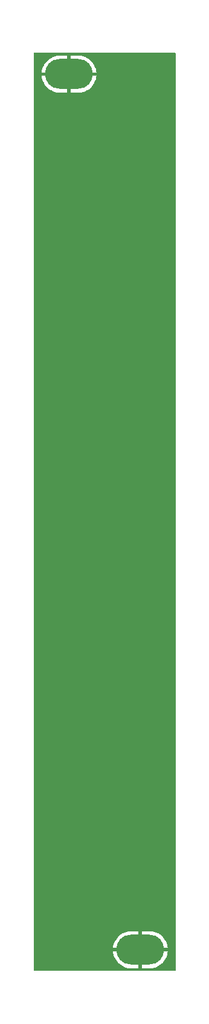
<source format=gbl>
G04 #@! TF.GenerationSoftware,KiCad,Pcbnew,8.0.6-8.0.6-0~ubuntu22.04.1*
G04 #@! TF.CreationDate,2025-04-15T21:33:21+01:00*
G04 #@! TF.ProjectId,RP2040-VCO,52503230-3430-42d5-9643-4f2e6b696361,rev?*
G04 #@! TF.SameCoordinates,Original*
G04 #@! TF.FileFunction,Copper,L2,Bot*
G04 #@! TF.FilePolarity,Positive*
%FSLAX46Y46*%
G04 Gerber Fmt 4.6, Leading zero omitted, Abs format (unit mm)*
G04 Created by KiCad (PCBNEW 8.0.6-8.0.6-0~ubuntu22.04.1) date 2025-04-15 21:33:21*
%MOMM*%
%LPD*%
G01*
G04 APERTURE LIST*
G04 #@! TA.AperFunction,ComponentPad*
%ADD10O,6.700000X4.200000*%
G04 #@! TD*
G04 #@! TA.AperFunction,ViaPad*
%ADD11C,8.000000*%
G04 #@! TD*
G04 #@! TA.AperFunction,ViaPad*
%ADD12C,8.500000*%
G04 #@! TD*
G04 #@! TA.AperFunction,ViaPad*
%ADD13C,7.800000*%
G04 #@! TD*
G04 APERTURE END LIST*
D10*
X116500000Y-30000000D03*
X126500000Y-152500000D03*
D11*
X116500000Y-140000000D03*
X126500000Y-140000000D03*
D12*
X121500000Y-63000000D03*
D13*
X126500000Y-125500000D03*
D12*
X121500000Y-83500000D03*
X121500000Y-42500000D03*
X121600000Y-111600000D03*
D11*
X116500000Y-125500000D03*
G04 #@! TA.AperFunction,Conductor*
G36*
X131417539Y-27045185D02*
G01*
X131463294Y-27097989D01*
X131474500Y-27149500D01*
X131474500Y-155350500D01*
X131454815Y-155417539D01*
X131402011Y-155463294D01*
X131350500Y-155474500D01*
X111649500Y-155474500D01*
X111582461Y-155454815D01*
X111536706Y-155402011D01*
X111525500Y-155350500D01*
X111525499Y-152250000D01*
X122661716Y-152250000D01*
X123770898Y-152250000D01*
X123750000Y-152381947D01*
X123750000Y-152618053D01*
X123770898Y-152750000D01*
X122661716Y-152750000D01*
X122682694Y-152936189D01*
X122682696Y-152936201D01*
X122747678Y-153220910D01*
X122747681Y-153220918D01*
X122844129Y-153496548D01*
X122970831Y-153759648D01*
X123126199Y-154006914D01*
X123308274Y-154235230D01*
X123514769Y-154441725D01*
X123743085Y-154623800D01*
X123990351Y-154779168D01*
X124253451Y-154905870D01*
X124529081Y-155002318D01*
X124529089Y-155002321D01*
X124813798Y-155067303D01*
X124813812Y-155067306D01*
X125103980Y-155099999D01*
X125103984Y-155100000D01*
X126250000Y-155100000D01*
X126250000Y-154000000D01*
X126750000Y-154000000D01*
X126750000Y-155100000D01*
X127896016Y-155100000D01*
X127896019Y-155099999D01*
X128186187Y-155067306D01*
X128186201Y-155067303D01*
X128470910Y-155002321D01*
X128470918Y-155002318D01*
X128746548Y-154905870D01*
X129009648Y-154779168D01*
X129256914Y-154623800D01*
X129485230Y-154441725D01*
X129691725Y-154235230D01*
X129873800Y-154006914D01*
X130029168Y-153759648D01*
X130155870Y-153496548D01*
X130252318Y-153220918D01*
X130252321Y-153220910D01*
X130317303Y-152936201D01*
X130317305Y-152936189D01*
X130338284Y-152750000D01*
X129229102Y-152750000D01*
X129250000Y-152618053D01*
X129250000Y-152381947D01*
X129229102Y-152250000D01*
X130338284Y-152250000D01*
X130317305Y-152063810D01*
X130317303Y-152063798D01*
X130252321Y-151779089D01*
X130252318Y-151779081D01*
X130155870Y-151503451D01*
X130029168Y-151240351D01*
X129873800Y-150993085D01*
X129691725Y-150764769D01*
X129485230Y-150558274D01*
X129256914Y-150376199D01*
X129009648Y-150220831D01*
X128746548Y-150094129D01*
X128470918Y-149997681D01*
X128470910Y-149997678D01*
X128186201Y-149932696D01*
X128186187Y-149932693D01*
X127896019Y-149900000D01*
X126750000Y-149900000D01*
X126750000Y-151000000D01*
X126250000Y-151000000D01*
X126250000Y-149900000D01*
X125103980Y-149900000D01*
X124813812Y-149932693D01*
X124813798Y-149932696D01*
X124529089Y-149997678D01*
X124529081Y-149997681D01*
X124253451Y-150094129D01*
X123990351Y-150220831D01*
X123743085Y-150376199D01*
X123514769Y-150558274D01*
X123308274Y-150764769D01*
X123126199Y-150993085D01*
X122970831Y-151240351D01*
X122844129Y-151503451D01*
X122747681Y-151779081D01*
X122747678Y-151779089D01*
X122682696Y-152063798D01*
X122682694Y-152063810D01*
X122661716Y-152250000D01*
X111525499Y-152250000D01*
X111525499Y-150989439D01*
X111525500Y-29750000D01*
X112661716Y-29750000D01*
X113770898Y-29750000D01*
X113750000Y-29881947D01*
X113750000Y-30118053D01*
X113770898Y-30250000D01*
X112661716Y-30250000D01*
X112682694Y-30436189D01*
X112682696Y-30436201D01*
X112747678Y-30720910D01*
X112747681Y-30720918D01*
X112844129Y-30996548D01*
X112970831Y-31259648D01*
X113126199Y-31506914D01*
X113308274Y-31735230D01*
X113514769Y-31941725D01*
X113743085Y-32123800D01*
X113990351Y-32279168D01*
X114253451Y-32405870D01*
X114529081Y-32502318D01*
X114529089Y-32502321D01*
X114813798Y-32567303D01*
X114813812Y-32567306D01*
X115103980Y-32599999D01*
X115103984Y-32600000D01*
X116250000Y-32600000D01*
X116250000Y-31500000D01*
X116750000Y-31500000D01*
X116750000Y-32600000D01*
X117896016Y-32600000D01*
X117896019Y-32599999D01*
X118186187Y-32567306D01*
X118186201Y-32567303D01*
X118470910Y-32502321D01*
X118470918Y-32502318D01*
X118746548Y-32405870D01*
X119009648Y-32279168D01*
X119256914Y-32123800D01*
X119485230Y-31941725D01*
X119691725Y-31735230D01*
X119873800Y-31506914D01*
X120029168Y-31259648D01*
X120155870Y-30996548D01*
X120252318Y-30720918D01*
X120252321Y-30720910D01*
X120317303Y-30436201D01*
X120317305Y-30436189D01*
X120338284Y-30250000D01*
X119229102Y-30250000D01*
X119250000Y-30118053D01*
X119250000Y-29881947D01*
X119229102Y-29750000D01*
X120338284Y-29750000D01*
X120317305Y-29563810D01*
X120317303Y-29563798D01*
X120252321Y-29279089D01*
X120252318Y-29279081D01*
X120155870Y-29003451D01*
X120029168Y-28740351D01*
X119873800Y-28493085D01*
X119691725Y-28264769D01*
X119485230Y-28058274D01*
X119256914Y-27876199D01*
X119009648Y-27720831D01*
X118746548Y-27594129D01*
X118470918Y-27497681D01*
X118470910Y-27497678D01*
X118186201Y-27432696D01*
X118186187Y-27432693D01*
X117896019Y-27400000D01*
X116750000Y-27400000D01*
X116750000Y-28500000D01*
X116250000Y-28500000D01*
X116250000Y-27400000D01*
X115103980Y-27400000D01*
X114813812Y-27432693D01*
X114813798Y-27432696D01*
X114529089Y-27497678D01*
X114529081Y-27497681D01*
X114253451Y-27594129D01*
X113990351Y-27720831D01*
X113743085Y-27876199D01*
X113514769Y-28058274D01*
X113308274Y-28264769D01*
X113126199Y-28493085D01*
X112970831Y-28740351D01*
X112844129Y-29003451D01*
X112747681Y-29279081D01*
X112747678Y-29279089D01*
X112682696Y-29563798D01*
X112682694Y-29563810D01*
X112661716Y-29750000D01*
X111525500Y-29750000D01*
X111525500Y-27149500D01*
X111545185Y-27082461D01*
X111597989Y-27036706D01*
X111649500Y-27025500D01*
X131350500Y-27025500D01*
X131417539Y-27045185D01*
G37*
G04 #@! TD.AperFunction*
M02*

</source>
